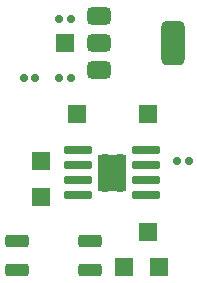
<source format=gbr>
%TF.GenerationSoftware,KiCad,Pcbnew,9.0.2*%
%TF.CreationDate,2025-07-27T18:34:45+02:00*%
%TF.ProjectId,ldomotordriver,6c646f6d-6f74-46f7-9264-72697665722e,rev?*%
%TF.SameCoordinates,Original*%
%TF.FileFunction,Soldermask,Top*%
%TF.FilePolarity,Negative*%
%FSLAX46Y46*%
G04 Gerber Fmt 4.6, Leading zero omitted, Abs format (unit mm)*
G04 Created by KiCad (PCBNEW 9.0.2) date 2025-07-27 18:34:45*
%MOMM*%
%LPD*%
G01*
G04 APERTURE LIST*
G04 Aperture macros list*
%AMRoundRect*
0 Rectangle with rounded corners*
0 $1 Rounding radius*
0 $2 $3 $4 $5 $6 $7 $8 $9 X,Y pos of 4 corners*
0 Add a 4 corners polygon primitive as box body*
4,1,4,$2,$3,$4,$5,$6,$7,$8,$9,$2,$3,0*
0 Add four circle primitives for the rounded corners*
1,1,$1+$1,$2,$3*
1,1,$1+$1,$4,$5*
1,1,$1+$1,$6,$7*
1,1,$1+$1,$8,$9*
0 Add four rect primitives between the rounded corners*
20,1,$1+$1,$2,$3,$4,$5,0*
20,1,$1+$1,$4,$5,$6,$7,0*
20,1,$1+$1,$6,$7,$8,$9,0*
20,1,$1+$1,$8,$9,$2,$3,0*%
G04 Aperture macros list end*
%ADD10RoundRect,0.159000X-0.159000X-0.189000X0.159000X-0.189000X0.159000X0.189000X-0.159000X0.189000X0*%
%ADD11R,1.500000X1.500000*%
%ADD12RoundRect,0.375000X-0.625000X-0.375000X0.625000X-0.375000X0.625000X0.375000X-0.625000X0.375000X0*%
%ADD13RoundRect,0.500000X-0.500000X-1.400000X0.500000X-1.400000X0.500000X1.400000X-0.500000X1.400000X0*%
%ADD14RoundRect,0.250000X-0.750000X-0.300000X0.750000X-0.300000X0.750000X0.300000X-0.750000X0.300000X0*%
%ADD15R,2.400000X3.100000*%
%ADD16RoundRect,0.070000X-1.100000X-0.250000X1.100000X-0.250000X1.100000X0.250000X-1.100000X0.250000X0*%
%ADD17C,0.770000*%
G04 APERTURE END LIST*
D10*
%TO.C,R1*%
X97500000Y-54000000D03*
X98500000Y-54000000D03*
%TD*%
%TO.C,C3*%
X87500000Y-47000000D03*
X88500000Y-47000000D03*
%TD*%
D11*
%TO.C,TP4*%
X89000000Y-50000000D03*
%TD*%
%TO.C,TP2*%
X93000000Y-63000000D03*
%TD*%
%TO.C,TP6*%
X86000000Y-54000000D03*
%TD*%
D10*
%TO.C,C1*%
X84500000Y-47000000D03*
X85500000Y-47000000D03*
%TD*%
D12*
%TO.C,U1*%
X90850000Y-41700000D03*
X90850000Y-44000000D03*
D13*
X97150000Y-44000000D03*
D12*
X90850000Y-46300000D03*
%TD*%
D14*
%TO.C,DB1*%
X83900000Y-60800000D03*
X83900000Y-63200000D03*
X90100000Y-63200000D03*
X90100000Y-60800000D03*
%TD*%
D11*
%TO.C,TP7*%
X95000000Y-60000000D03*
%TD*%
%TO.C,TP8*%
X95000000Y-50000000D03*
%TD*%
%TO.C,TP3*%
X88000000Y-44000000D03*
%TD*%
%TO.C,TP5*%
X86000000Y-57000000D03*
%TD*%
%TO.C,TP1*%
X96000000Y-63000000D03*
%TD*%
D15*
%TO.C,U2*%
X92000000Y-55000000D03*
D16*
X89125000Y-53095000D03*
X89125000Y-54365000D03*
X89125000Y-55635000D03*
X89125000Y-56905000D03*
X94875000Y-56905000D03*
X94875000Y-55635000D03*
X94875000Y-54365000D03*
X94875000Y-53095000D03*
D17*
X91350000Y-53700000D03*
X91350000Y-55000000D03*
X91350000Y-56300000D03*
X92650000Y-53700000D03*
X92650000Y-55000000D03*
X92650000Y-56300000D03*
%TD*%
D10*
%TO.C,C2*%
X87500000Y-42000000D03*
X88500000Y-42000000D03*
%TD*%
M02*

</source>
